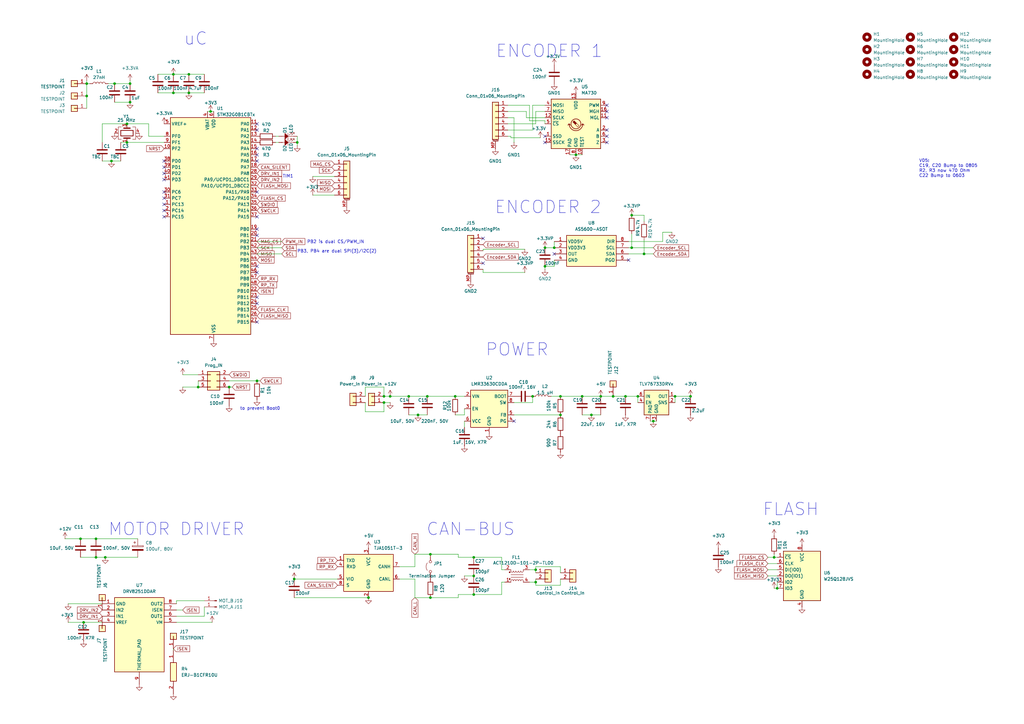
<source format=kicad_sch>
(kicad_sch (version 20231120) (generator "eeschema") (generator_version "8.0")
  (paper "A3")
  (junction (at 219.71 238.76))
  (junction (at 194.31 228.6))
  (junction (at 121.92 58.42))
  (junction (at 318.77 241.3))
  (junction (at 223.52 101.6))
  (junction (at 227.33 101.6))
  (junction (at 251.46 162.56))
  (junction (at 167.64 162.56))
  (junction (at 218.44 162.56))
  (junction (at 52.07 50.8))
  (junction (at 33.02 220.98))
  (junction (at 246.38 162.56))
  (junction (at 39.37 228.6))
  (junction (at 93.98 158.75))
  (junction (at 267.97 172.72))
  (junction (at 35.56 39.37))
  (junction (at 160.02 162.56))
  (junction (at 175.26 162.56))
  (junction (at 46.99 34.29))
  (junction (at 276.86 162.56))
  (junction (at 43.18 228.6))
  (junction (at 157.48 162.56))
  (junction (at 261.62 162.56))
  (junction (at 120.65 237.49))
  (junction (at 35.56 34.29))
  (junction (at 71.12 38.1))
  (junction (at 259.08 101.6))
  (junction (at 194.31 236.22))
  (junction (at 229.87 162.56))
  (junction (at 186.69 162.56))
  (junction (at 105.41 156.21))
  (junction (at 242.57 170.18))
  (junction (at 176.53 245.11))
  (junction (at 52.07 58.42))
  (junction (at 236.22 63.5))
  (junction (at 77.47 38.1))
  (junction (at 157.48 165.1))
  (junction (at 34.29 255.27))
  (junction (at 176.53 227.33))
  (junction (at 86.36 45.72))
  (junction (at 256.54 162.56))
  (junction (at 53.34 34.29))
  (junction (at 77.47 30.48))
  (junction (at 238.76 162.56))
  (junction (at 259.08 88.265))
  (junction (at 39.37 220.98))
  (junction (at 194.31 243.84))
  (junction (at 81.28 158.75))
  (junction (at 219.71 233.68))
  (junction (at 171.45 170.18))
  (junction (at 229.87 170.18))
  (junction (at 45.72 66.04))
  (junction (at 264.16 104.14))
  (junction (at 151.13 245.11))
  (junction (at 53.34 41.91))
  (junction (at 71.12 30.48))
  (junction (at 223.52 109.22))
  (junction (at 283.21 162.56))
  (junction (at 317.5 228.6))
  (no_connect (at 227.33 104.14))
  (no_connect (at 105.41 88.9))
  (no_connect (at 105.41 111.76))
  (no_connect (at 67.31 83.82))
  (no_connect (at 105.41 60.96))
  (no_connect (at 210.82 172.72))
  (no_connect (at 105.41 93.98))
  (no_connect (at 67.31 78.74))
  (no_connect (at 67.31 86.36))
  (no_connect (at 105.41 121.92))
  (no_connect (at 198.12 97.79))
  (no_connect (at 223.52 58.42))
  (no_connect (at 105.41 96.52))
  (no_connect (at 198.12 107.95))
  (no_connect (at 105.41 63.5))
  (no_connect (at 67.31 81.28))
  (no_connect (at 67.31 73.66))
  (no_connect (at 105.41 50.8))
  (no_connect (at 105.41 132.08))
  (no_connect (at 248.92 53.34))
  (no_connect (at 248.92 43.18))
  (no_connect (at 67.31 71.12))
  (no_connect (at 105.41 66.04))
  (no_connect (at 223.52 55.88))
  (no_connect (at 105.41 78.74))
  (no_connect (at 105.41 109.22))
  (no_connect (at 248.92 45.72))
  (no_connect (at 248.92 58.42))
  (no_connect (at 248.92 55.88))
  (no_connect (at 105.41 53.34))
  (no_connect (at 67.31 66.04))
  (no_connect (at 257.81 106.68))
  (no_connect (at 105.41 124.46))
  (no_connect (at 248.92 48.26))
  (no_connect (at 67.31 68.58))
  (no_connect (at 67.31 88.9))
  (wire (pts (xy 115.57 101.6) (xy 105.41 101.6)))
  (wire (pts (xy 276.86 162.56) (xy 276.86 165.1)))
  (wire (pts (xy 157.48 162.56) (xy 160.02 162.56)))
  (wire (pts (xy 210.82 165.1) (xy 218.44 165.1)))
  (wire (pts (xy 264.16 104.14) (xy 257.81 104.14)))
  (wire (pts (xy 175.26 162.56) (xy 186.69 162.56)))
  (wire (pts (xy 194.31 228.6) (xy 205.74 228.6)))
  (wire (pts (xy 318.77 241.3) (xy 318.77 238.76)))
  (wire (pts (xy 128.27 72.39) (xy 137.16 72.39)))
  (wire (pts (xy 223.52 49.53) (xy 217.17 49.53)))
  (wire (pts (xy 267.97 172.72) (xy 266.7 172.72)))
  (wire (pts (xy 209.55 55.88) (xy 208.28 55.88)))
  (wire (pts (xy 246.38 162.56) (xy 251.46 162.56)))
  (wire (pts (xy 229.87 237.49) (xy 229.87 240.03)))
  (wire (pts (xy 226.06 162.56) (xy 229.87 162.56)))
  (wire (pts (xy 163.83 232.41) (xy 170.18 232.41)))
  (wire (pts (xy 267.97 104.14) (xy 264.16 104.14)))
  (wire (pts (xy 317.5 228.6) (xy 318.77 228.6)))
  (wire (pts (xy 121.92 55.88) (xy 121.92 58.42)))
  (wire (pts (xy 261.62 162.56) (xy 261.62 165.1)))
  (wire (pts (xy 223.52 49.53) (xy 223.52 50.8)))
  (wire (pts (xy 219.71 237.49) (xy 219.71 238.76)))
  (wire (pts (xy 190.5 170.18) (xy 186.69 170.18)))
  (wire (pts (xy 187.96 227.33) (xy 187.96 228.6)))
  (wire (pts (xy 221.615 56.515) (xy 209.55 56.515)))
  (wire (pts (xy 242.57 170.18) (xy 238.76 170.18)))
  (wire (pts (xy 187.96 228.6) (xy 194.31 228.6)))
  (wire (pts (xy 149.86 165.1) (xy 149.86 168.91)))
  (wire (pts (xy 269.24 172.72) (xy 267.97 172.72)))
  (wire (pts (xy 194.31 243.84) (xy 205.74 243.84)))
  (wire (pts (xy 83.82 252.73) (xy 83.82 248.92)))
  (wire (pts (xy 314.96 228.6) (xy 317.5 228.6)))
  (wire (pts (xy 219.71 238.76) (xy 219.71 240.03)))
  (wire (pts (xy 52.07 50.8) (xy 60.96 50.8)))
  (wire (pts (xy 217.17 238.76) (xy 219.71 238.76)))
  (wire (pts (xy 72.39 246.38) (xy 72.39 247.65)))
  (wire (pts (xy 26.67 220.98) (xy 33.02 220.98)))
  (wire (pts (xy 160.02 162.56) (xy 167.64 162.56)))
  (wire (pts (xy 176.53 227.33) (xy 170.18 227.33)))
  (wire (pts (xy 264.16 90.805) (xy 264.16 88.265)))
  (wire (pts (xy 236.22 63.5) (xy 238.76 63.5)))
  (wire (pts (xy 229.87 162.56) (xy 238.76 162.56)))
  (wire (pts (xy 207.01 233.68) (xy 205.74 233.68)))
  (wire (pts (xy 176.53 245.11) (xy 170.18 245.11)))
  (wire (pts (xy 314.96 231.14) (xy 318.77 231.14)))
  (wire (pts (xy 314.96 233.68) (xy 318.77 233.68)))
  (wire (pts (xy 210.82 58.42) (xy 210.82 48.26)))
  (wire (pts (xy 267.97 101.6) (xy 259.08 101.6)))
  (wire (pts (xy 27.94 255.27) (xy 34.29 255.27)))
  (wire (pts (xy 77.47 38.1) (xy 83.82 38.1)))
  (wire (pts (xy 223.52 101.6) (xy 227.33 101.6)))
  (wire (pts (xy 77.47 30.48) (xy 83.82 30.48)))
  (wire (pts (xy 49.53 58.42) (xy 52.07 58.42)))
  (wire (pts (xy 49.53 66.04) (xy 45.72 66.04)))
  (wire (pts (xy 81.28 158.75) (xy 81.28 156.21)))
  (wire (pts (xy 45.72 66.04) (xy 41.91 66.04)))
  (wire (pts (xy 190.5 236.22) (xy 194.31 236.22)))
  (wire (pts (xy 227.33 99.06) (xy 227.33 101.6)))
  (wire (pts (xy 223.52 110.49) (xy 223.52 109.22)))
  (wire (pts (xy 167.64 162.56) (xy 175.26 162.56)))
  (wire (pts (xy 217.17 233.68) (xy 219.71 233.68)))
  (wire (pts (xy 71.12 38.1) (xy 77.47 38.1)))
  (wire (pts (xy 205.74 238.76) (xy 205.74 243.84)))
  (wire (pts (xy 271.78 99.06) (xy 257.81 99.06)))
  (wire (pts (xy 207.01 238.76) (xy 205.74 238.76)))
  (wire (pts (xy 52.07 58.42) (xy 67.31 58.42)))
  (wire (pts (xy 229.87 234.95) (xy 229.87 232.41)))
  (wire (pts (xy 264.16 98.425) (xy 264.16 104.14)))
  (wire (pts (xy 83.82 246.38) (xy 72.39 246.38)))
  (wire (pts (xy 35.56 34.29) (xy 35.56 33.02)))
  (wire (pts (xy 86.36 45.72) (xy 87.63 45.72)))
  (wire (pts (xy 74.93 153.67) (xy 81.28 153.67)))
  (wire (pts (xy 210.82 170.18) (xy 229.87 170.18)))
  (wire (pts (xy 261.62 162.56) (xy 256.54 162.56)))
  (wire (pts (xy 71.12 266.7) (xy 71.12 266.065)))
  (wire (pts (xy 95.25 158.75) (xy 93.98 158.75)))
  (wire (pts (xy 198.12 102.235) (xy 215.265 102.235)))
  (wire (pts (xy 105.41 156.21) (xy 93.98 156.21)))
  (wire (pts (xy 34.29 255.27) (xy 41.91 255.27)))
  (wire (pts (xy 157.48 165.1) (xy 160.02 165.1)))
  (wire (pts (xy 219.71 240.03) (xy 229.87 240.03)))
  (wire (pts (xy 171.45 170.18) (xy 167.64 170.18)))
  (wire (pts (xy 187.96 245.11) (xy 187.96 243.84)))
  (wire (pts (xy 157.48 158.75) (xy 157.48 162.56)))
  (wire (pts (xy 227.33 109.22) (xy 227.33 106.68)))
  (wire (pts (xy 317.5 241.3) (xy 318.77 241.3)))
  (wire (pts (xy 64.77 38.1) (xy 71.12 38.1)))
  (wire (pts (xy 128.27 80.01) (xy 137.16 80.01)))
  (wire (pts (xy 217.17 49.53) (xy 217.17 43.18)))
  (wire (pts (xy 56.515 228.6) (xy 43.18 228.6)))
  (wire (pts (xy 120.65 245.11) (xy 151.13 245.11)))
  (wire (pts (xy 41.91 58.42) (xy 41.91 50.8)))
  (wire (pts (xy 149.86 168.91) (xy 157.48 168.91)))
  (wire (pts (xy 215.9 48.26) (xy 215.9 45.72)))
  (wire (pts (xy 46.99 41.91) (xy 53.34 41.91)))
  (wire (pts (xy 163.83 237.49) (xy 170.18 237.49)))
  (wire (pts (xy 219.71 232.41) (xy 219.71 233.68)))
  (wire (pts (xy 120.65 237.49) (xy 138.43 237.49)))
  (wire (pts (xy 251.46 162.56) (xy 256.54 162.56)))
  (wire (pts (xy 217.17 43.18) (xy 208.28 43.18)))
  (wire (pts (xy 242.57 170.18) (xy 246.38 170.18)))
  (wire (pts (xy 218.44 165.1) (xy 218.44 162.56)))
  (wire (pts (xy 276.86 162.56) (xy 283.21 162.56)))
  (wire (pts (xy 35.56 34.29) (xy 35.56 39.37)))
  (wire (pts (xy 205.74 233.68) (xy 205.74 228.6)))
  (wire (pts (xy 198.12 102.235) (xy 198.12 102.87)))
  (wire (pts (xy 176.53 227.33) (xy 187.96 227.33)))
  (wire (pts (xy 115.57 99.06) (xy 105.41 99.06)))
  (wire (pts (xy 157.48 168.91) (xy 157.48 165.1)))
  (wire (pts (xy 35.56 34.29) (xy 36.83 34.29)))
  (wire (pts (xy 53.34 33.02) (xy 53.34 34.29)))
  (wire (pts (xy 219.71 232.41) (xy 229.87 232.41)))
  (wire (pts (xy 223.52 109.22) (xy 227.33 109.22)))
  (wire (pts (xy 44.45 34.29) (xy 46.99 34.29)))
  (wire (pts (xy 114.3 55.88) (xy 113.03 55.88)))
  (wire (pts (xy 210.82 48.26) (xy 208.28 48.26)))
  (wire (pts (xy 60.96 55.88) (xy 60.96 50.8)))
  (wire (pts (xy 187.96 243.84) (xy 194.31 243.84)))
  (wire (pts (xy 71.12 30.48) (xy 77.47 30.48)))
  (wire (pts (xy 198.12 111.76) (xy 198.12 110.49)))
  (wire (pts (xy 121.92 58.42) (xy 121.92 59.69)))
  (wire (pts (xy 41.91 50.8) (xy 52.07 50.8)))
  (wire (pts (xy 46.99 34.29) (xy 53.34 34.29)))
  (wire (pts (xy 259.08 101.6) (xy 257.81 101.6)))
  (wire (pts (xy 208.28 50.8) (xy 219.71 50.8)))
  (wire (pts (xy 67.31 55.88) (xy 60.96 55.88)))
  (wire (pts (xy 223.52 48.26) (xy 215.9 48.26)))
  (wire (pts (xy 56.515 220.98) (xy 39.37 220.98)))
  (wire (pts (xy 317.5 227.33) (xy 317.5 228.6)))
  (wire (pts (xy 219.71 233.68) (xy 219.71 234.95)))
  (wire (pts (xy 218.44 53.34) (xy 208.28 53.34)))
  (wire (pts (xy 115.57 104.14) (xy 105.41 104.14)))
  (wire (pts (xy 190.5 172.72) (xy 190.5 175.26)))
  (wire (pts (xy 72.39 250.19) (xy 74.93 250.19)))
  (wire (pts (xy 39.37 220.98) (xy 33.02 220.98)))
  (wire (pts (xy 170.18 237.49) (xy 170.18 245.11)))
  (wire (pts (xy 35.56 39.37) (xy 35.56 44.45)))
  (wire (pts (xy 43.18 228.6) (xy 39.37 228.6)))
  (wire (pts (xy 106.68 156.21) (xy 105.41 156.21)))
  (wire (pts (xy 215.9 45.72) (xy 208.28 45.72)))
  (wire (pts (xy 259.08 95.885) (xy 259.08 101.6)))
  (wire (pts (xy 264.16 88.265) (xy 259.08 88.265)))
  (wire (pts (xy 72.39 252.73) (xy 83.82 252.73)))
  (wire (pts (xy 27.94 247.65) (xy 41.91 247.65)))
  (wire (pts (xy 218.44 43.18) (xy 218.44 53.34)))
  (wire (pts (xy 271.78 95.25) (xy 275.59 95.25)))
  (wire (pts (xy 219.71 45.72) (xy 219.71 50.8)))
  (wire (pts (xy 233.68 63.5) (xy 236.22 63.5)))
  (wire (pts (xy 238.76 162.56) (xy 246.38 162.56)))
  (wire (pts (xy 170.18 232.41) (xy 170.18 227.33)))
  (wire (pts (xy 171.45 170.18) (xy 175.26 170.18)))
  (wire (pts (xy 190.5 167.64) (xy 190.5 170.18)))
  (wire (pts (xy 186.69 162.56) (xy 190.5 162.56)))
  (wire (pts (xy 86.995 255.27) (xy 72.39 255.27)))
  (wire (pts (xy 114.3 58.42) (xy 113.03 58.42)))
  (wire (pts (xy 86.36 45.72) (xy 85.09 45.72)))
  (wire (pts (xy 223.52 43.18) (xy 218.44 43.18)))
  (wire (pts (xy 176.53 245.11) (xy 187.96 245.11)))
  (wire (pts (xy 64.77 30.48) (xy 71.12 30.48)))
  (wire (pts (xy 271.78 95.25) (xy 271.78 99.06)))
  (wire (pts (xy 149.86 162.56) (xy 149.86 158.75)))
  (wire (pts (xy 223.52 45.72) (xy 219.71 45.72)))
  (wire (pts (xy 39.37 228.6) (xy 33.02 228.6)))
  (wire (pts (xy 209.55 56.515) (xy 209.55 55.88)))
  (wire (pts (xy 149.86 158.75) (xy 157.48 158.75)))
  (wire (pts (xy 314.96 236.22) (xy 318.77 236.22)))
  (wire (pts (xy 198.12 111.76) (xy 215.265 111.76)))
  (wire (pts (xy 74.93 158.75) (xy 81.28 158.75)))
  (text "ENCODER 2" (at 224.79 85.09 0) (effects (font (size 5.08 5.08))))
  (text "PB2 is dual CS/PWM_IN" (at 137.668 99.314 0) (effects (font (size 1.27 1.27))))
  (text "CAN-BUS" (at 193.04 217.17 0) (effects (font (size 5.08 5.08))))
  (text "to prevent Boot0" (at 106.68 167.64 0) (effects (font (size 1.27 1.27))))
  (text "PB3, PB4 are dual SPI(3)/I2C(2)" (at 138.176 103.124 0) (effects (font (size 1.27 1.27))))
  (text "TIM1" (at 118.11 72.39 0) (effects (font (size 1.27 1.27))))
  (text "V05: \nC19, C20 Bump to 0805\nR2, R3 now 470 Ohm\nC22 Bump to 0603" (at 376.936 69.088 0) (effects (font (size 1.27 1.27)) (justify left)))
  (text "uC" (at 80.264 16.002 0) (effects (font (size 5.08 5.08))))
  (text "POWER" (at 212.09 143.51 0) (effects (font (size 5.08 5.08))))
  (text "FLASH" (at 324.358 209.042 0) (effects (font (size 5.08 5.08))))
  (text "ENCODER 1\n" (at 225.298 21.082 0) (effects (font (size 5.08 5.08))))
  (text "MOTOR DRIVER\n" (at 72.39 217.17 0) (effects (font (size 5.08 5.08))))
  (global_label "MAG_CS" (shape input) (at 105.41 99.06 0) (property "Intersheetrefs" "${INTERSHEET_REFS}" (effects (hide yes))))
  (global_label "DRV_IN1" (shape input) (at 41.91 252.73 180) (property "Intersheetrefs" "${INTERSHEET_REFS}" (effects (hide yes))))
  (global_label "SDA" (shape input) (at 115.57 101.6 0) (property "Intersheetrefs" "${INTERSHEET_REFS}" (effects (hide yes))))
  (global_label "FLASH_CS" (shape input) (at 314.96 228.6 180) (property "Intersheetrefs" "${INTERSHEET_REFS}" (effects (hide yes))))
  (global_label "Encoder_SDA" (shape input) (at 198.12 105.41 0) (property "Intersheetrefs" "${INTERSHEET_REFS}" (effects (hide yes))))
  (global_label "FLASH_MISO" (shape input) (at 314.96 236.22 180) (property "Intersheetrefs" "${INTERSHEET_REFS}" (effects (hide yes))))
  (global_label "CAN_SILENT" (shape input) (at 138.43 240.03 180) (property "Intersheetrefs" "${INTERSHEET_REFS}" (effects (hide yes))))
  (global_label "MAG_CS" (shape input) (at 137.16 67.31 180) (property "Intersheetrefs" "${INTERSHEET_REFS}" (effects (hide yes))))
  (global_label "FLASH_CLK" (shape input) (at 105.41 127 0) (property "Intersheetrefs" "${INTERSHEET_REFS}" (effects (hide yes))))
  (global_label "SWDIO" (shape input) (at 105.41 83.82 0) (property "Intersheetrefs" "${INTERSHEET_REFS}" (effects (hide yes))))
  (global_label "Encoder_SCL" (shape input) (at 198.12 100.33 0) (property "Intersheetrefs" "${INTERSHEET_REFS}" (effects (hide yes))))
  (global_label "SCL" (shape input) (at 115.57 104.14 0) (property "Intersheetrefs" "${INTERSHEET_REFS}" (effects (hide yes))))
  (global_label "DRV_IN2" (shape input) (at 41.91 250.19 180) (property "Intersheetrefs" "${INTERSHEET_REFS}" (effects (hide yes))))
  (global_label "FLASH_CS" (shape input) (at 105.41 81.28 0) (property "Intersheetrefs" "${INTERSHEET_REFS}" (effects (hide yes))))
  (global_label "FLASH_CLK" (shape input) (at 314.96 231.14 180) (property "Intersheetrefs" "${INTERSHEET_REFS}" (effects (hide yes))))
  (global_label "ISEN" (shape input) (at 74.93 250.19 0) (property "Intersheetrefs" "${INTERSHEET_REFS}" (effects (hide yes))))
  (global_label "RP_RX" (shape input) (at 138.43 232.41 180) (property "Intersheetrefs" "${INTERSHEET_REFS}" (effects (hide yes))))
  (global_label "DRV_IN1" (shape input) (at 105.41 71.12 0) (property "Intersheetrefs" "${INTERSHEET_REFS}" (effects (hide yes))))
  (global_label "PWM_IN" (shape input) (at 115.57 99.06 0) (property "Intersheetrefs" "${INTERSHEET_REFS}" (effects (hide yes))))
  (global_label "SWCLK" (shape input) (at 105.41 86.36 0) (property "Intersheetrefs" "${INTERSHEET_REFS}" (effects (hide yes))))
  (global_label "DRV_IN2" (shape input) (at 105.41 73.66 0) (property "Intersheetrefs" "${INTERSHEET_REFS}" (effects (hide yes))))
  (global_label "FLASH_MISO" (shape input) (at 105.41 129.54 0) (property "Intersheetrefs" "${INTERSHEET_REFS}" (effects (hide yes))))
  (global_label "MISO" (shape input) (at 137.16 74.93 180) (property "Intersheetrefs" "${INTERSHEET_REFS}" (effects (hide yes))))
  (global_label "FLASH_MOSI" (shape input) (at 105.41 76.2 0) (property "Intersheetrefs" "${INTERSHEET_REFS}" (effects (hide yes))))
  (global_label "Encoder_SDA" (shape input) (at 267.97 104.14 0) (property "Intersheetrefs" "${INTERSHEET_REFS}" (effects (hide yes))))
  (global_label "ISEN" (shape input) (at 71.12 266.065 0) (property "Intersheetrefs" "${INTERSHEET_REFS}" (effects (hide yes))))
  (global_label "RP_RX" (shape input) (at 105.41 114.3 0) (property "Intersheetrefs" "${INTERSHEET_REFS}" (effects (hide yes))))
  (global_label "MOSI" (shape input) (at 137.16 77.47 180) (property "Intersheetrefs" "${INTERSHEET_REFS}" (effects (hide yes))))
  (global_label "CAN_H" (shape input) (at 170.18 227.33 90) (property "Intersheetrefs" "${INTERSHEET_REFS}" (effects (hide yes))))
  (global_label "Encoder_SCL" (shape input) (at 267.97 101.6 0) (property "Intersheetrefs" "${INTERSHEET_REFS}" (effects (hide yes))))
  (global_label "FLASH_MOSI" (shape input) (at 314.96 233.68 180) (property "Intersheetrefs" "${INTERSHEET_REFS}" (effects (hide yes))))
  (global_label "MISO" (shape input) (at 105.41 104.14 0) (property "Intersheetrefs" "${INTERSHEET_REFS}" (effects (hide yes))))
  (global_label "RP_TX" (shape input) (at 105.41 116.84 0) (property "Intersheetrefs" "${INTERSHEET_REFS}" (effects (hide yes))))
  (global_label "SWCLK" (shape input) (at 106.68 156.21 0) (property "Intersheetrefs" "${INTERSHEET_REFS}" (effects (hide yes))))
  (global_label "CAN_SILENT" (shape input) (at 105.41 68.58 0) (property "Intersheetrefs" "${INTERSHEET_REFS}" (effects (hide yes))))
  (global_label "SCK" (shape input) (at 105.41 101.6 0) (property "Intersheetrefs" "${INTERSHEET_REFS}" (effects (hide yes))))
  (global_label "ISEN" (shape input) (at 105.41 119.38 0) (property "Intersheetrefs" "${INTERSHEET_REFS}" (effects (hide yes))))
  (global_label "CAN_L" (shape input) (at 170.18 245.11 270) (property "Intersheetrefs" "${INTERSHEET_REFS}" (effects (hide yes))))
  (global_label "MOSI" (shape input) (at 105.41 106.68 0) (property "Intersheetrefs" "${INTERSHEET_REFS}" (effects (hide yes))))
  (global_label "SWDIO" (shape input) (at 93.98 153.67 0) (property "Intersheetrefs" "${INTERSHEET_REFS}" (effects (hide yes))))
  (global_label "NRST" (shape input) (at 95.25 158.75 0) (property "Intersheetrefs" "${INTERSHEET_REFS}" (effects (hide yes))))
  (global_label "SCK" (shape input) (at 137.16 69.85 180) (property "Intersheetrefs" "${INTERSHEET_REFS}" (effects (hide yes))))
  (global_label "RP_TX" (shape input) (at 138.43 229.87 180) (property "Intersheetrefs" "${INTERSHEET_REFS}" (effects (hide yes))))
  (global_label "NRST" (shape input) (at 67.31 60.96 180) (property "Intersheetrefs" "${INTERSHEET_REFS}" (effects (hide yes))))
  (symbol (lib_id "power:+3V3") (at 128.27 80.01 0) (unit 1)
    (property "Reference" "#PWR018" (effects (hide yes)))
    (property "Value" "+3V3" (at 128.016 76.708 0))
    (property "Description" "Power symbol creates a global label with name \"+3V3\"" (effects (hide yes)))
  )
  (symbol (lib_id "Device:C") (at 214.63 162.56 90) (unit 1)
    (property "Reference" "C18" (at 216.662 156.718 90) (effects (justify left)))
    (property "Value" "100nF, 16V" (at 219.71 158.75 90) (effects (justify left)))
    (property "Footprint" "Capacitor_SMD:C_0402_1005Metric" (effects (hide yes)))
    (property "Description" "Unpolarized capacitor" (effects (hide yes)))
  )
  (symbol (lib_id "power:+3V3") (at 71.12 30.48 0) (unit 1)
    (property "Reference" "#PWR08" (effects (hide yes)))
    (property "Value" "+3V3" (at 71.12 25.4 0))
    (property "Description" "Power symbol creates a global label with name \"+3V3\"" (effects (hide yes)))
  )
  (symbol (lib_id "power:GND") (at 43.18 228.6 0) (unit 1)
    (property "Reference" "#PWR024" (effects (hide yes)))
    (property "Value" "GND" (effects (hide yes)))
    (property "Description" "Power symbol creates a global label with name \"GND\" , ground" (effects (hide yes)))
  )
  (symbol (lib_id "power:+3V3") (at 317.5 219.71 0) (unit 1)
    (property "Reference" "#PWR059" (effects (hide yes)))
    (property "Value" "+3V3" (at 317.5 214.63 0))
    (property "Description" "Power symbol creates a global label with name \"+3V3\"" (effects (hide yes)))
  )
  (symbol (lib_id "Device:C") (at 223.52 105.41 0) (unit 1)
    (property "Reference" "C23" (at 219.71 103.124 0) (effects (justify left)))
    (property "Value" "100nF" (at 223.52 107.95 0) (effects (justify left)))
    (property "Footprint" "Capacitor_SMD:C_0402_1005Metric" (effects (hide yes)))
    (property "Description" "Unpolarized capacitor" (effects (hide yes)))
  )
  (symbol (lib_id "power:GND") (at 142.24 85.09 0) (unit 1)
    (property "Reference" "#PWR019" (effects (hide yes)))
    (property "Value" "GND" (effects (hide yes)))
    (property "Description" "Power symbol creates a global label with name \"GND\" , ground" (effects (hide yes)))
  )
  (symbol (lib_id "power:GND") (at 256.54 170.18 0) (unit 1)
    (property "Reference" "#PWR039" (effects (hide yes)))
    (property "Value" "GND" (effects (hide yes)))
    (property "Description" "Power symbol creates a global label with name \"GND\" , ground" (effects (hide yes)))
  )
  (symbol (lib_id "Device:C") (at 34.29 259.08 180) (unit 1)
    (property "Reference" "C12" (at 35.814 257.048 0) (effects (justify left)))
    (property "Value" "100nF, X7R" (at 38.862 261.62 0) (effects (justify left)))
    (property "Footprint" "Capacitor_SMD:C_0402_1005Metric" (effects (hide yes)))
    (property "Description" "Unpolarized capacitor" (effects (hide yes)))
  )
  (symbol (lib_id "_Custom:AS5600-ASOT") (at 227.33 99.06 0) (unit 1)
    (property "Reference" "U8" (at 242.57 91.44 0))
    (property "Value" "AS5600-ASOT" (at 242.57 93.98 0))
    (property "Footprint" "KiCadLibrary:SOIC127P600X175-8N" (effects (hide yes)))
    (property "Datasheet" "https://datasheet.datasheetarchive.com/originals/distributors/DKDS-11/214624.pdf" (effects (hide yes)))
    (property "Description" "Board Mount Hall Effect / Magnetic Sensors AS5600 Magnetic Sensor 12-Bit" (effects (hide yes)))
    (property "Height" "1.75" (effects (hide yes)))
    (property "Mouser Part Number" "985-AS5600-ASOT" (effects (hide yes)))
    (property "Mouser Price/Stock" "https://www.mouser.co.uk/ProductDetail/ams-OSRAM/AS5600-ASOT?qs=KTMMzrZdriGJpjhsnAEYBA%3D%3D" (effects (hide yes)))
    (property "Manufacturer_Name" "ams OSRAM" (effects (hide yes)))
    (property "Manufacturer_Part_Number" "AS5600-ASOT" (effects (hide yes)))
  )
  (symbol (lib_id "Connector_Generic:Conn_01x01") (at 71.12 260.985 270) (mirror x) (unit 1)
    (property "Reference" "J17" (at 73.66 259.08 90) (effects (justify left)))
    (property "Value" "TESTPOINT" (at 73.66 261.62 90) (effects (justify left)))
    (property "Footprint" "TestPoint:TestPoint_Pad_1.5x1.5mm" (effects (hide yes)))
    (property "Description" "Generic connector, single row, 01x01, script generated (kicad-library-utils/schlib/autogen/connector/)" (effects (hide yes)))
  )
  (symbol (lib_id "Device:C") (at 77.47 34.29 0) (unit 1)
    (property "Reference" "C7" (at 73.66 32.004 0) (effects (justify left)))
    (property "Value" "4.7uF" (at 77.47 36.195 0) (effects (justify left)))
    (property "Footprint" "Capacitor_SMD:C_0402_1005Metric" (effects (hide yes)))
    (property "Description" "Unpolarized capacitor" (effects (hide yes)))
  )
  (symbol (lib_id "power:GND") (at 128.27 72.39 0) (unit 1)
    (property "Reference" "#PWR017" (effects (hide yes)))
    (property "Value" "GND" (effects (hide yes)))
    (property "Description" "Power symbol creates a global label with name \"GND\" , ground" (effects (hide yes)))
  )
  (symbol (lib_id "Connector_Generic_MountingPin:Conn_01x06_MountingPin") (at 142.24 72.39 0) (unit 1)
    (property "Reference" "J5" (at 142.24 60.96 0))
    (property "Value" "Conn_01x06_MountingPin" (at 142.24 63.5 0))
    (property "Footprint" "Connector_FFC-FPC:Hirose_FH12-6S-0.5SH_1x06-1MP_P0.50mm_Horizontal" (effects (hide yes)))
    (property "Description" "Generic connectable mounting pin connector, single row, 01x06, script generated (kicad-library-utils/schlib/autogen/connector/)" (effects (hide yes)))
  )
  (symbol (lib_id "Mechanical:MountingHole") (at 355.6 15.24 0) (unit 1) (exclude_from_sim yes) (in_bom no)
    (property "Reference" "H1" (at 358.14 13.9699 0) (effects (justify left)))
    (property "Value" "MountingHole" (at 358.14 16.5099 0) (effects (justify left)))
    (property "Footprint" "MountingHole:MountingHole_2.2mm_M2" (effects (hide yes)))
    (property "Description" "Mounting Hole without connection" (effects (hide yes)))
  )
  (symbol (lib_id "Connector_Generic:Conn_02x03_Odd_Even") (at 86.36 156.21 0) (unit 1)
    (property "Reference" "J4" (at 87.63 147.32 0))
    (property "Value" "Prog_IN" (at 87.63 149.86 0))
    (property "Footprint" "Connector_PinHeader_1.27mm:PinHeader_2x03_P1.27mm_Vertical" (effects (hide yes)))
    (property "Description" "Generic connector, double row, 02x03, odd/even pin numbering scheme (row 1 odd numbers, row 2 even numbers), script generated (kicad-library-utils/schlib/autogen/connector/)" (effects (hide yes)))
  )
  (symbol (lib_id "power:GND") (at 34.29 262.89 0) (unit 1)
    (property "Reference" "#PWR023" (effects (hide yes)))
    (property "Value" "GND" (effects (hide yes)))
    (property "Description" "Power symbol creates a global label with name \"GND\" , ground" (effects (hide yes)))
  )
  (symbol (lib_id "power:+3.3V") (at 227.33 26.67 0) (unit 1)
    (property "Reference" "#PWR051" (effects (hide yes)))
    (property "Value" "+3.3V" (at 226.822 23.114 0))
    (property "Description" "Power symbol creates a global label with name \"+3.3V\"" (effects (hide yes)))
  )
  (symbol (lib_id "Device:R") (at 229.87 166.37 0) (mirror x) (unit 1)
    (property "Reference" "R5" (at 227.584 166.37 90))
    (property "Value" "100k" (at 225.044 166.37 90))
    (property "Footprint" "Resistor_SMD:R_0402_1005Metric" (effects (hide yes)))
    (property "Description" "Resistor" (effects (hide yes)))
  )
  (symbol (lib_id "power:GND2") (at 193.04 115.57 0) (unit 1)
    (property "Reference" "#PWR043" (effects (hide yes)))
    (property "Value" "GND2" (at 193.04 119.38 0))
    (property "Description" "Power symbol creates a global label with name \"GND2\" , ground" (effects (hide yes)))
  )
  (symbol (lib_id "power:+3V3") (at 74.93 153.67 0) (unit 1)
    (property "Reference" "#PWR09" (effects (hide yes)))
    (property "Value" "+3V3" (at 74.93 148.59 0))
    (property "Description" "Power symbol creates a global label with name \"+3V3\"" (effects (hide yes)))
  )
  (symbol (lib_id "power:+3V3") (at 283.21 162.56 0) (unit 1)
    (property "Reference" "#PWR041" (effects (hide yes)))
    (property "Value" "+3V3" (at 283.21 157.48 0))
    (property "Description" "Power symbol creates a global label with name \"+3V3\"" (effects (hide yes)))
  )
  (symbol (lib_id "Device:R") (at 176.53 241.3 0) (mirror y) (unit 1)
    (property "Reference" "R8" (at 178.816 241.3 90))
    (property "Value" "120" (at 181.356 241.3 90))
    (property "Footprint" "Capacitor_SMD:C_0402_1005Metric" (effects (hide yes)))
    (property "Description" "Resistor" (effects (hide yes)))
  )
  (symbol (lib_id "power:+3V3") (at 86.36 45.72 0) (unit 1)
    (property "Reference" "#PWR012" (effects (hide yes)))
    (property "Value" "+3V3" (at 86.36 42.164 0))
    (property "Description" "Power symbol creates a global label with name \"+3V3\"" (effects (hide yes)))
  )
  (symbol (lib_id "Mechanical:MountingHole") (at 355.6 30.48 0) (unit 1) (exclude_from_sim yes) (in_bom no)
    (property "Reference" "H4" (at 358.14 29.2099 0) (effects (justify left)))
    (property "Value" "MountingHole" (at 358.14 31.7499 0) (effects (justify left)))
    (property "Footprint" "MountingHole:MountingHole_2.2mm_M2" (effects (hide yes)))
    (property "Description" "Mounting Hole without connection" (effects (hide yes)))
  )
  (symbol (lib_id "Device:C_Polarized") (at 56.515 224.79 0) (unit 1)
    (property "Reference" "C8" (at 59.69 222.6309 0) (effects (justify left)))
    (property "Value" "100uF, 80V" (at 59.69 225.1709 0) (effects (justify left)))
    (property "Footprint" "Capacitor_THT:CP_Radial_D8.0mm_P3.50mm" (effects (hide yes)))
    (property "Description" "Polarized capacitor" (effects (hide yes)))
  )
  (symbol (lib_id "Connector:Conn_01x01_Pin") (at 88.9 248.92 180) (unit 1)
    (property "Reference" "J11" (at 97.79 248.92 0))
    (property "Value" "MOT_A" (at 92.71 248.92 0))
    (property "Footprint" "Connector_Wire:SolderWire-1sqmm_1x01_D1.4mm_OD2.7mm" (effects (hide yes)))
    (property "Description" "Generic connector, single row, 01x01, script generated" (effects (hide yes)))
  )
  (symbol (lib_id "Connector_Generic:Conn_01x02") (at 234.95 234.95 0) (unit 1)
    (property "Reference" "J14" (at 234.95 241.3 0))
    (property "Value" "Control_In" (at 234.95 243.205 0))
    (property "Footprint" "Connector_JST:JST_XH_B2B-XH-A_1x02_P2.50mm_Vertical" (effects (hide yes)))
    (property "Description" "Generic connector, single row, 01x02, script generated (kicad-library-utils/schlib/autogen/connector/)" (effects (hide yes)))
  )
  (symbol (lib_id "Device:C") (at 41.91 62.23 0) (mirror y) (unit 1)
    (property "Reference" "C1" (at 45.212 59.944 0) (effects (justify left)))
    (property "Value" "TBC" (at 41.402 64.262 0) (effects (justify left)))
    (property "Footprint" "Capacitor_SMD:C_0402_1005Metric" (effects (hide yes)))
    (property "Description" "Unpolarized capacitor" (effects (hide yes)))
  )
  (symbol (lib_id "power:GND") (at 190.5 182.88 0) (unit 1)
    (property "Reference" "#PWR031" (effects (hide yes)))
    (property "Value" "GND" (effects (hide yes)))
    (property "Description" "Power symbol creates a global label with name \"GND\" , ground" (effects (hide yes)))
  )
  (symbol (lib_id "power:GND") (at 46.99 54.61 0) (mirror y) (unit 1)
    (property "Reference" "#PWR03" (effects (hide yes)))
    (property "Value" "GND" (effects (hide yes)))
    (property "Description" "Power symbol creates a global label with name \"GND\" , ground" (effects (hide yes)))
  )
  (symbol (lib_id "Connector_Generic_MountingPin:Conn_01x06_MountingPin") (at 193.04 102.87 0) (mirror y) (unit 1)
    (property "Reference" "J15" (at 193.04 91.44 0))
    (property "Value" "Conn_01x06_MountingPin" (at 193.04 93.98 0))
    (property "Footprint" "Connector_FFC-FPC:Hirose_FH12-6S-0.5SH_1x06-1MP_P0.50mm_Horizontal" (effects (hide yes)))
    (property "Description" "Generic connectable mounting pin connector, single row, 01x06, script generated (kicad-library-utils/schlib/autogen/connector/)" (effects (hide yes)))
  )
  (symbol (lib_id "Device:C") (at 46.99 38.1 0) (unit 1)
    (property "Reference" "C2" (at 43.688 35.814 0) (effects (justify left)))
    (property "Value" "100nF" (at 40.64 40.005 0) (effects (justify left)))
    (property "Footprint" "Capacitor_SMD:C_0402_1005Metric" (effects (hide yes)))
    (property "Description" "Unpolarized capacitor" (effects (hide yes)))
  )
  (symbol (lib_id "power:GND") (at 77.47 38.1 0) (unit 1)
    (property "Reference" "#PWR011" (effects (hide yes)))
    (property "Value" "GND" (effects (hide yes)))
    (property "Description" "Power symbol creates a global label with name \"GND\" , ground" (effects (hide yes)))
  )
  (symbol (lib_id "power:GND") (at 160.02 165.1 0) (unit 1)
    (property "Reference" "#PWR027" (effects (hide yes)))
    (property "Value" "GND" (effects (hide yes)))
    (property "Description" "Power symbol creates a global label with name \"GND\" , ground" (effects (hide yes)))
  )
  (symbol (lib_id "Mechanical:MountingHole") (at 391.16 20.32 0) (unit 1) (exclude_from_sim yes) (in_bom no)
    (property "Reference" "H11" (at 393.7 19.0499 0) (effects (justify left)))
    (property "Value" "MountingHole" (at 393.7 21.5899 0) (effects (justify left)))
    (property "Footprint" "MountingHole:MountingHole_2.2mm_M2" (effects (hide yes)))
    (property "Description" "Mounting Hole without connection" (effects (hide yes)))
  )
  (symbol (lib_id "Device:C") (at 49.53 62.23 0) (mirror y) (unit 1)
    (property "Reference" "C3" (at 52.832 59.944 0) (effects (justify left)))
    (property "Value" "TBC" (at 49.022 64.262 0) (effects (justify left)))
    (property "Footprint" "Capacitor_SMD:C_0402_1005Metric" (effects (hide yes)))
    (property "Description" "Unpolarized capacitor" (effects (hide yes)))
  )
  (symbol (lib_id "power:GND") (at 105.41 163.83 0) (unit 1)
    (property "Reference" "#PWR015" (effects (hide yes)))
    (property "Value" "GND" (effects (hide yes)))
    (property "Description" "Power symbol creates a global label with name \"GND\" , ground" (effects (hide yes)))
  )
  (symbol (lib_id "power:GND") (at 267.97 172.72 0) (unit 1)
    (property "Reference" "#PWR040" (effects (hide yes)))
    (property "Value" "GND" (effects (hide yes)))
    (property "Description" "Power symbol creates a global label with name \"GND\" , ground" (effects (hide yes)))
  )
  (symbol (lib_id "power:+3.3VP") (at 259.08 88.265 0) (unit 1)
    (property "Reference" "#PWR055" (effects (hide yes)))
    (property "Value" "+3.3VP" (at 259.08 84.455 0))
    (property "Description" "Power symbol creates a global label with name \"+3.3VP\"" (effects (hide yes)))
  )
  (symbol (lib_id "Connector_Generic:Conn_01x02") (at 144.78 165.1 180) (unit 1)
    (property "Reference" "J8" (at 144.78 154.94 0))
    (property "Value" "Power_In" (at 143.51 157.48 0))
    (property "Footprint" "Connector_AMASS:AMASS_XT30UPB-M_1x02_P5.0mm_Vertical" (effects (hide yes)))
    (property "Description" "Generic connector, single row, 01x02, script generated (kicad-library-utils/schlib/autogen/connector/)" (effects (hide yes)))
  )
  (symbol (lib_id "Connector_Generic:Conn_01x01") (at 30.48 44.45 0) (mirror y) (unit 1)
    (property "Reference" "J3" (at 26.67 43.1799 0) (effects (justify left)))
    (property "Value" "TESTPOINT" (at 26.67 45.7199 0) (effects (justify left)))
    (property "Footprint" "TestPoint:TestPoint_Pad_1.5x1.5mm" (effects (hide yes)))
    (property "Description" "Generic connector, single row, 01x01, script generated (kicad-library-utils/schlib/autogen/connector/)" (effects (hide yes)))
  )
  (symbol (lib_id "power:+3V3") (at 328.93 223.52 0) (unit 1)
    (property "Reference" "#PWR057" (effects (hide yes)))
    (property "Value" "+3V3" (at 328.93 218.44 0))
    (property "Description" "Power symbol creates a global label with name \"+3V3\"" (effects (hide yes)))
  )
  (symbol (lib_id "Mechanical:MountingHole") (at 391.16 25.4 0) (unit 1) (exclude_from_sim yes) (in_bom no)
    (property "Reference" "H10" (at 393.7 24.1299 0) (effects (justify left)))
    (property "Value" "MountingHole" (at 393.7 26.6699 0) (effects (justify left)))
    (property "Footprint" "MountingHole:MountingHole_2.2mm_M2" (effects (hide yes)))
    (property "Description" "Mounting Hole without connection" (effects (hide yes)))
  )
  (symbol (lib_id "power:+12V") (at 160.02 162.56 0) (unit 1)
    (property "Reference" "#PWR026" (effects (hide yes)))
    (property "Value" "+12V" (at 160.02 157.48 0))
    (property "Description" "Power symbol creates a global label with name \"+12V\"" (effects (hide yes)))
  )
  (symbol (lib_id "Device:C") (at 167.64 166.37 0) (unit 1)
    (property "Reference" "C14" (at 163.83 164.084 0) (effects (justify left)))
    (property "Value" "10uF, 50V" (at 160.02 172.72 0) (effects (justify left)))
    (property "Footprint" "Capacitor_SMD:C_0805_2012Metric" (effects (hide yes)))
    (property "Description" "Unpolarized capacitor" (effects (hide yes)))
  )
  (symbol (lib_id "Mechanical:MountingHole") (at 373.38 25.4 0) (unit 1) (exclude_from_sim yes) (in_bom no)
    (property "Reference" "H7" (at 375.92 24.1299 0) (effects (justify left)))
    (property "Value" "MountingHole" (at 375.92 26.6699 0) (effects (justify left)))
    (property "Footprint" "MountingHole:MountingHole_2.2mm_M2" (effects (hide yes)))
    (property "Description" "Mounting Hole without connection" (effects (hide yes)))
  )
  (symbol (lib_id "power:+3V3") (at 294.64 224.79 0) (unit 1)
    (property "Reference" "#PWR061" (effects (hide yes)))
    (property "Value" "+3V3" (at 294.64 219.71 0))
    (property "Description" "Power symbol creates a global label with name \"+3V3\"" (effects (hide yes)))
  )
  (symbol (lib_id "Connector_Generic:Conn_01x01") (at 30.48 34.29 0) (mirror y) (unit 1)
    (property "Reference" "J1" (at 26.67 33.0199 0) (effects (justify left)))
    (property "Value" "TESTPOINT" (at 26.67 35.5599 0) (effects (justify left)))
    (property "Footprint" "TestPoint:TestPoint_Pad_1.5x1.5mm" (effects (hide yes)))
    (property "Description" "Generic connector, single row, 01x01, script generated (kicad-library-utils/schlib/autogen/connector/)" (effects (hide yes)))
  )
  (symbol (lib_id "Device:R") (at 109.22 55.88 90) (mirror x) (unit 1)
    (property "Reference" "R2" (at 109.22 53.594 90))
    (property "Value" "470" (at 109.22 51.054 90))
    (property "Footprint" "Resistor_SMD:R_0402_1005Metric" (effects (hide yes)))
    (property "Description" "Resistor" (effects (hide yes)))
  )
  (symbol (lib_id "Regulator_Linear:TLV76733DRVx") (at 269.24 165.1 0) (unit 1)
    (property "Reference" "U4" (at 269.24 154.94 0))
    (property "Value" "TLV76733DRVx" (at 269.24 157.48 0))
    (property "Footprint" "Package_SON:WSON-6-1EP_2x2mm_P0.65mm_EP1x1.6mm_ThermalVias" (effects (hide yes)))
    (property "Datasheet" "www.ti.com/lit/gpn/TLV767" (effects (hide yes)))
    (property "Description" "1A Precision Linear Voltage Regulator, with enable pin, Fixed Output 3.3V, WSON6" (effects (hide yes)))
  )
  (symbol (lib_id "power:+3V3") (at 35.56 33.02 0) (unit 1)
    (property "Reference" "#PWR01" (effects (hide yes)))
    (property "Value" "+3V3" (at 35.56 27.94 0))
    (property "Description" "Power symbol creates a global label with name \"+3V3\"" (effects (hide yes)))
  )
  (symbol (lib_id "Connector_Generic:Conn_01x02") (at 224.79 234.95 0) (unit 1)
    (property "Reference" "J13" (at 224.79 241.3 0))
    (property "Value" "Control_In" (at 224.79 243.205 0))
    (property "Footprint" "Connector_JST:JST_XH_B2B-XH-A_1x02_P2.50mm_Vertical" (effects (hide yes)))
    (property "Description" "Generic connector, single row, 01x02, script generated (kicad-library-utils/schlib/autogen/connector/)" (effects (hide yes)))
  )
  (symbol (lib_id "Connector_Generic:Conn_01x01") (at 251.46 157.48 270) (mirror x) (unit 1)
    (property "Reference" "J12" (at 252.7301 153.67 0) (effects (justify left)))
    (property "Value" "TESTPOINT" (at 250.1901 153.67 0) (effects (justify left)))
    (property "Footprint" "TestPoint:TestPoint_Pad_1.5x1.5mm" (effects (hide yes)))
    (property "Description" "Generic connector, single row, 01x01, script generated (kicad-library-utils/schlib/autogen/connector/)" (effects (hide yes)))
  )
  (symbol (lib_id "Mechanical:MountingHole") (at 391.16 15.24 0) (unit 1) (exclude_from_sim yes) (in_bom no)
    (property "Reference" "H12" (at 393.7 13.9699 0) (effects (justify left)))
    (property "Value" "MountingHole" (at 393.7 16.5099 0) (effects (justify left)))
    (property "Footprint" "MountingHole:MountingHole_2.2mm_M2" (effects (hide yes)))
    (property "Description" "Mounting Hole without connection" (effects (hide yes)))
  )
  (symbol (lib_id "Device:C") (at 53.34 38.1 0) (unit 1)
    (property "Reference" "C4" (at 50.038 35.814 0) (effects (justify left)))
    (property "Value" "1uF" (at 53.848 40.132 0) (effects (justify left)))
    (property "Footprint" "Capacitor_SMD:C_0402_1005Metric" (effects (hide yes)))
    (property "Description" "Unpolarized capacitor" (effects (hide yes)))
  )
  (symbol (lib_id "power:GND") (at 328.93 248.92 0) (unit 1)
    (property "Reference" "#PWR058" (effects (hide yes)))
    (property "Value" "GND" (effects (hide yes)))
    (property "Description" "Power symbol creates a global label with name \"GND\" , ground" (effects (hide yes)))
  )
  (symbol (lib_id "Connector_Generic:Conn_01x01") (at 30.48 39.37 0) (mirror y) (unit 1)
    (property "Reference" "J2" (at 26.67 38.0999 0) (effects (justify left)))
    (property "Value" "TESTPOINT" (at 26.67 40.6399 0) (effects (justify left)))
    (property "Footprint" "TestPoint:TestPoint_Pad_1.5x1.5mm" (effects (hide yes)))
    (property "Description" "Generic connector, single row, 01x01, script generated (kicad-library-utils/schlib/autogen/connector/)" (effects (hide yes)))
  )
  (symbol (lib_id "Device:R") (at 109.22 58.42 90) (mirror x) (unit 1)
    (property "Reference" "R3" (at 109.22 63.5 90))
    (property "Value" "470" (at 109.22 60.96 90))
    (property "Footprint" "Resistor_SMD:R_0402_1005Metric" (effects (hide yes)))
    (property "Description" "Resistor" (effects (hide yes)))
  )
  (symbol (lib_id "Mechanical:MountingHole") (at 355.6 25.4 0) (unit 1) (exclude_from_sim yes) (in_bom no)
    (property "Reference" "H3" (at 358.14 24.1299 0) (effects (justify left)))
    (property "Value" "MountingHole" (at 358.14 26.6699 0) (effects (justify left)))
    (property "Footprint" "MountingHole:MountingHole_2.2mm_M2" (effects (hide yes)))
    (property "Description" "Mounting Hole without connection" (effects (hide yes)))
  )
  (symbol (lib_id "power:+3.3VA") (at 53.34 33.02 0) (unit 1)
    (property "Reference" "#PWR04" (effects (hide yes)))
    (property "Value" "+3.3VA" (at 53.34 27.94 0))
    (property "Description" "Power symbol creates a global label with name \"+3.3VA\"" (effects (hide yes)))
  )
  (symbol (lib_id "power:GND2") (at 215.265 102.235 0) (unit 1)
    (property "Reference" "#PWR046" (effects (hide yes)))
    (property "Value" "GND2" (at 215.265 106.045 0))
    (property "Description" "Power symbol creates a global label with name \"GND2\" , ground" (effects (hide yes)))
  )
  (symbol (lib_id "power:+3V3") (at 27.94 255.27 0) (unit 1)
    (property "Reference" "#PWR022" (effects (hide yes)))
    (property "Value" "+3V3" (at 27.432 252.222 0))
    (property "Description" "Power symbol creates a global label with name \"+3V3\"" (effects (hide yes)))
  )
  (symbol (lib_id "power:GND1") (at 210.82 58.42 0) (unit 1)
    (property "Reference" "#PWR048" (effects (hide yes)))
    (property "Value" "GND1" (at 210.82 63.5 0))
    (property "Description" "Power symbol creates a global label with name \"GND1\" , ground" (effects (hide yes)))
  )
  (symbol (lib_id "power:+5V") (at 246.38 162.56 0) (unit 1)
    (property "Reference" "#PWR038" (effects (hide yes)))
    (property "Value" "+5V" (at 246.38 157.48 0))
    (property "Description" "Power symbol creates a global label with name \"+5V\"" (effects (hide yes)))
  )
  (symbol (lib_id "Device:C") (at 39.37 224.79 180) (unit 1)
    (property "Reference" "C13" (at 40.64 216.154 0) (effects (justify left)))
    (property "Value" "100nF, 50V" (at 53.34 224.79 0) (effects (justify left)))
    (property "Footprint" "Capacitor_SMD:C_0402_1005Metric" (effects (hide yes)))
    (property "Description" "Unpolarized capacitor" (effects (hide yes)))
  )
  (symbol (lib_id "power:+3V3") (at 120.65 237.49 0) (unit 1)
    (property "Reference" "#PWR032" (effects (hide yes)))
    (property "Value" "+3V3" (at 120.65 232.41 0))
    (property "Description" "Power symbol creates a global label with name \"+3V3\"" (effects (hide yes)))
  )
  (symbol (lib_id "Connector_Generic:Conn_01x02") (at 152.4 165.1 180) (unit 1)
    (property "Reference" "J9" (at 152.4 154.94 0))
    (property "Value" "Power_In" (at 152.4 157.48 0))
    (property "Footprint" "Connector_AMASS:AMASS_XT30UPB-M_1x02_P5.0mm_Vertical" (effects (hide yes)))
    (property "Description" "Generic connector, single row, 01x02, script generated (kicad-library-utils/schlib/autogen/connector/)" (effects (hide yes)))
  )
  (symbol (lib_id "Mechanical:MountingHole") (at 373.38 20.32 0) (unit 1) (exclude_from_sim yes) (in_bom no)
    (property "Reference" "H6" (at 375.92 19.0499 0) (effects (justify left)))
    (property "Value" "MountingHole" (at 375.92 21.5899 0) (effects (justify left)))
    (property "Footprint" "MountingHole:MountingHole_2.2mm_M2" (effects (hide yes)))
    (property "Description" "Mounting Hole without connection" (effects (hide yes)))
  )
  (symbol (lib_id "power:GND") (at 190.5 236.22 0) (unit 1)
    (property "Reference" "#PWR064" (effects (hide yes)))
    (property "Value" "GND" (effects (hide yes)))
    (property "Description" "Power symbol creates a global label with name \"GND\" , ground" (effects (hide yes)))
  )
  (symbol (lib_id "PCM_SL_Devices:LED") (at 118.11 55.88 0) (unit 1)
    (property "Reference" "D1" (at 116.84 54.61 90) (effects (justify left)))
    (property "Value" "LED" (at 119.38 54.61 90) (effects (justify left)))
    (property "Footprint" "LED_SMD:LED_0603_1608Metric" (effects (hide yes)))
    (property "Description" "Common 5mm diameter LED" (effects (hide yes)))
  )
  (symbol (lib_id "power:GND") (at 57.15 54.61 0) (mirror y) (unit 1)
    (property "Reference" "#PWR06" (effects (hide yes)))
    (property "Value" "GND" (effects (hide yes)))
    (property "Description" "Power symbol creates a global label with name \"GND\" , ground" (effects (hide yes)))
  )
  (symbol (lib_id "Device:C") (at 194.31 232.41 0) (unit 1)
    (property "Reference" "C27" (at 194.818 230.124 0) (effects (justify left)))
    (property "Value" "100pF" (at 194.818 234.442 0) (effects (justify left)))
    (property "Footprint" "Capacitor_SMD:C_0402_1005Metric" (effects (hide yes)))
    (property "Description" "Unpolarized capacitor" (effects (hide yes)))
  )
  (symbol (lib_id "Connector_Generic:Conn_01x01") (at 41.91 257.81 90) (mirror x) (unit 1)
    (property "Reference" "J7" (at 40.6399 261.62 0) (effects (justify left)))
    (property "Value" "TESTPOINT" (at 43.1799 261.62 0) (effects (justify left)))
    (property "Footprint" "TestPoint:TestPoint_Pad_1.5x1.5mm" (effects (hide yes)))
    (property "Description" "Generic connector, single row, 01x01, script generated (kicad-library-utils/schlib/autogen/connector/)" (effects (hide yes)))
  )
  (symbol (lib_id "power:GND") (at 45.72 66.04 0) (mirror y) (unit 1)
    (property "Reference" "#PWR02" (effects (hide yes)))
    (property "Value" "GND" (effects (hide yes)))
    (property "Description" "Power symbol creates a global label with name \"GND\" , ground" (effects (hide yes)))
  )
  (symbol (lib_id "PCM_SL_Devices:LED") (at 118.11 58.42 0) (unit 1)
    (property "Reference" "D2" (at 116.84 62.23 90) (effects (justify left)))
    (property "Value" "LED" (at 119.38 62.23 90) (effects (justify left)))
    (property "Footprint" "LED_SMD:LED_0603_1608Metric" (effects (hide yes)))
    (property "Description" "Common 5mm diameter LED" (effects (hide yes)))
  )
  (symbol (lib_id "Connector:Conn_01x01_Pin") (at 88.9 246.38 180) (unit 1)
    (property "Reference" "J10" (at 97.79 246.38 0))
    (property "Value" "MOT_B" (at 92.71 246.38 0))
    (property "Footprint" "Connector_Wire:SolderWire-1sqmm_1x01_D1.4mm_OD2.7mm" (effects (hide yes)))
    (property "Description" "Generic connector, single row, 01x01, script generated" (effects (hide yes)))
  )
  (symbol (lib_id "Regulator_Switching:LMR33630CDDA") (at 200.66 167.64 0) (unit 1)
    (property "Reference" "U2" (at 200.66 154.94 0))
    (property "Value" "LMR33630CDDA" (at 200.66 157.48 0))
    (property "Footprint" "Package_SO:Texas_HSOP-8-1EP_3.9x4.9mm_P1.27mm_ThermalVias" (effects (hide yes)))
    (property "Datasheet" "http://www.ti.com/lit/ds/symlink/lmr33630.pdf" (effects (hide yes)))
    (property "Description" "Simple Switcher Synchronous Buck Regulator, Vin=3.8-36V, Iout=3A, F=2100kHz, Adjustable output voltage, HSOP-8" (effects (hide yes)))
  )
  (symbol (lib_id "power:GND1") (at 227.33 34.29 0) (unit 1)
    (property "Reference" "#PWR052" (effects (hide yes)))
    (property "Value" "GND1" (at 227.33 38.1 0))
    (property "Description" "Power symbol creates a global label with name \"GND1\" , ground" (effects (hide yes)))
  )
  (symbol (lib_id "Device:Filter_EMI_LL_1423") (at 212.09 236.22 0) (unit 1)
    (property "Reference" "FL1" (at 211.709 228.6 0))
    (property "Value" "ACT1210D-101-2P-TL00" (at 214.63 230.886 0))
    (property "Footprint" "_custom:ACT1210D1012PTL00" (effects (hide yes)))
    (property "Description" "EMI 2-inductor filter, pin-connections 1-4 and 2-3" (effects (hide yes)))
  )
  (symbol (lib_id "Jumper:Jumper_2_Open") (at 176.53 232.41 90) (unit 1) (exclude_from_sim yes)
    (property "Reference" "JP1" (at 177.8 231.1399 90) (effects (justify right)))
    (property "Value" "Termination Jumper" (at 167.64 236.22 90) (effects (justify right)))
    (property "Footprint" "Jumper:SolderJumper-2_P1.3mm_Open_Pad1.0x1.5mm" (effects (hide yes)))
    (property "Description" "Jumper, 2-pole, open" (effects (hide yes)))
  )
  (symbol (lib_id "Connector_Generic_MountingPin:Conn_01x06_MountingPin") (at 203.2 48.26 0) (mirror y) (unit 1)
    (property "Reference" "J16" (at 203.2 36.83 0))
    (property "Value" "Conn_01x06_MountingPin" (at 203.2 39.37 0))
    (property "Footprint" "Connector_FFC-FPC:Hirose_FH12-6S-0.5SH_1x06-1MP_P0.50mm_Horizontal" (effects (hide yes)))
    (property "Description" "Generic connectable mounting pin connector, single row, 01x06, script generated (kicad-library-utils/schlib/autogen/connector/)" (effects (hide yes)))
  )
  (symbol (lib_id "power:GND") (at 242.57 170.18 0) (unit 1)
    (property "Reference" "#PWR037" (effects (hide yes)))
    (property "Value" "GND" (effects (hide yes)))
    (property "Description" "Power symbol creates a global label with name \"GND\" , ground" (effects (hide yes)))
  )
  (symbol (lib_id "power:GND") (at 74.93 158.75 0) (unit 1)
    (property "Reference" "#PWR010" (effects (hide yes)))
    (property "Value" "GND" (effects (hide yes)))
    (property "Description" "Power symbol creates a global label with name \"GND\" , ground" (effects (hide yes)))
  )
  (symbol (lib_id "power:GND") (at 53.34 41.91 0) (unit 1)
    (property "Reference" "#PWR05" (effects (hide yes)))
    (property "Value" "GND" (effects (hide yes)))
    (property "Description" "Power symbol creates a global label with name \"GND\" , ground" (effects (hide yes)))
  )
  (symbol (lib_id "power:GND2") (at 275.59 95.25 0) (unit 1)
    (property "Reference" "#PWR056" (effects (hide yes)))
    (property "Value" "GND2" (at 275.59 99.06 0))
    (property "Description" "Power symbol creates a global label with name \"GND2\" , ground" (effects (hide yes)))
  )
  (symbol (lib_id "power:GND") (at 121.92 59.69 0) (unit 1)
    (property "Reference" "#PWR016" (effects (hide yes)))
    (property "Value" "GND" (effects (hide yes)))
    (property "Description" "Power symbol creates a global label with name \"GND\" , ground" (effects (hide yes)))
  )
  (symbol (lib_id "power:+3V3") (at 317.5 241.3 0) (unit 1)
    (property "Reference" "#PWR062" (effects (hide yes)))
    (property "Value" "+3V3" (at 316.992 237.744 0))
    (property "Description" "Power symbol creates a global label with name \"+3V3\"" (effects (hide yes)))
  )
  (symbol (lib_id "power:GND2") (at 223.52 110.49 0) (unit 1)
    (property "Reference" "#PWR050" (effects (hide yes)))
    (property "Value" "GND2" (at 223.52 114.3 0))
    (property "Description" "Power symbol creates a global label with name \"GND2\" , ground" (effects (hide yes)))
  )
  (symbol (lib_id "power:GND") (at 283.21 170.18 0) (unit 1)
    (property "Reference" "#PWR042" (effects (hide yes)))
    (property "Value" "GND" (effects (hide yes)))
    (property "Description" "Power symbol creates a global label with name \"GND\" , ground" (effects (hide yes)))
  )
  (symbol (lib_id "Mechanical:MountingHole") (at 373.38 30.48 0) (unit 1) (exclude_from_sim yes) (in_bom no)
    (property "Reference" "H8" (at 375.92 29.2099 0) (effects (justify left)))
    (property "Value" "MountingHole" (at 375.92 31.7499 0) (effects (justify left)))
    (property "Footprint" "MountingHole:MountingHole_2.2mm_M2" (effects (hide yes)))
    (property "Description" "Mounting Hole without connection" (effects (hide yes)))
  )
  (symbol (lib_id "Device:Crystal_GND24") (at 52.07 54.61 90) (unit 1)
    (property "Reference" "Y1" (at 51.816 47.752 90))
    (property "Value" "25 MHz" (at 51.816 49.276 90))
    (property "Footprint" "Crystal:Crystal_SMD_3225-4Pin_3.2x2.5mm" (effects (hide yes)))
    (property "Description" "Four pin crystal, GND on pins 2 and 4" (effects (hide yes)))
  )
  (symbol (lib_id "Device:R") (at 186.69 166.37 0) (mirror x) (unit 1)
    (property "Reference" "R12" (at 182.499 166.37 90))
    (property "Value" "100k" (at 184.15 166.37 90))
    (property "Footprint" "Resistor_SMD:R_0402_1005Metric" (effects (hide yes)))
    (property "Description" "Resistor" (effects (hide yes)))
  )
  (symbol (lib_id "power:GND1") (at 236.22 63.5 0) (unit 1)
    (property "Reference" "#PWR054" (effects (hide yes)))
    (property "Value" "GND1" (at 236.22 68.58 0))
    (property "Description" "Power symbol creates a global label with name \"GND1\" , ground" (effects (hide yes)))
  )
  (symbol (lib_id "Device:C") (at 120.65 241.3 0) (unit 1)
    (property "Reference" "C17" (at 116.84 239.014 0) (effects (justify left)))
    (property "Value" "100nF" (at 121.158 243.332 0) (effects (justify left)))
    (property "Footprint" "Capacitor_SMD:C_0402_1005Metric" (effects (hide yes)))
    (property "Description" "Unpolarized capacitor" (effects (hide yes)))
  )
  (symbol (lib_id "power:+5V") (at 151.13 224.79 0) (unit 1)
    (property "Reference" "#PWR035" (effects (hide yes)))
    (property "Value" "+5V" (at 151.13 219.71 0))
    (property "Description" "Power symbol creates a global label with name \"+5V\"" (effects (hide yes)))
  )
  (symbol (lib_id "Device:C") (at 33.02 224.79 180) (unit 1)
    (property "Reference" "C11" (at 34.29 216.154 0) (effects (justify left)))
    (property "Value" "10uF, 50V" (at 30.226 224.79 0) (effects (justify left)))
    (property "Footprint" "Capacitor_SMD:C_0805_2012Metric" (effects (hide yes)))
    (property "Description" "Unpolarized capacitor" (effects (hide yes)))
  )
  (symbol (lib_id "Connector_Generic:Conn_01x01") (at 41.91 245.11 270) (mirror x) (unit 1)
    (property "Reference" "J6" (at 43.1801 241.3 0) (effects (justify left)))
    (property "Value" "TESTPOINT" (at 40.6401 241.3 0) (effects (justify left)))
    (property "Footprint" "TestPoint:TestPoint_Pad_1.5x1.5mm" (effects (hide yes)))
    (property "Description" "Generic connector, single row, 01x01, script generated (kicad-library-utils/schlib/autogen/connector/)" (effects (hide yes)))
  )
  (symbol (lib_id "Mechanical:MountingHole") (at 355.6 20.32 0) (unit 1) (exclude_from_sim yes) (in_bom no)
    (property "Reference" "H2" (at 358.14 19.0499 0) (effects (justify left)))
    (property "Value" "MountingHole" (at 358.14 21.5899 0) (effects (justify left)))
    (property "Footprint" "MountingHole:MountingHole_2.2mm_M2" (effects (hide yes)))
    (property "Description" "Mounting Hole without connection" (effects (hide yes)))
  )
  (symbol (lib_id "Interface_CAN_LIN:TJA1051T-3") (at 151.13 234.95 0) (unit 1)
    (property "Reference" "U3" (at 153.3241 222.25 0) (effects (justify left)))
    (property "Value" "TJA1051T-3" (at 153.3241 224.79 0) (effects (justify left)))
    (property "Footprint" "Package_SO:SOIC-8_3.9x4.9mm_P1.27mm" (effects (hide yes)))
    (property "Datasheet" "http://www.nxp.com/docs/en/data-sheet/TJA1051.pdf" (effects (hide yes)))
    (property "Description" "High-Speed CAN Transceiver, separate VIO, silent mode, SOIC-8" (effects (hide yes)))
  )
  (symbol (lib_id "Device:L") (at 222.25 162.56 90) (unit 1)
    (property "Reference" "L2" (at 223.52 158.496 90))
    (property "Value" "1.5 uH" (at 223.52 161.036 90))
    (property "Footprint" "Inductor_SMD:L_1008_2520Metric" (effects (hide yes)))
    (property "Description" "Inductor" (effects (hide yes)))
  )
  (symbol (lib_id "_custom:ERJ-B1CFR10U") (at 71.12 266.7 270) (unit 1)
    (property "Reference" "R4" (at 74.295 274.3199 90) (effects (justify left)))
    (property "Value" "ERJ-B1CFR10U" (at 74.295 276.8599 90) (effects (justify left)))
    (property "Footprint" "Library:ERJB1_(1020)" (effects (hide yes)))
    (property "Datasheet" "http://industrial.panasonic.com/cdbs/www-data/pdf/RDN0000/AOA0000C325.pdf" (effects (hide yes)))
    (property "Description" "Panasonic ERJB1 Series Thick Film High Power Surface Mount Resistor 2010 Case 100m +/-1% 1W +/-100ppm/C" (effects (hide yes)))
    (property "Height" "0.75" (effects (hide yes)))
    (property "Manufacturer_Name" "Panasonic" (effects (hide yes)))
    (property "Manufacturer_Part_Number" "ERJ-B1CFR10U" (effects (hide yes)))
    (property "Arrow Part Number" "ERJ-B1CFR10U" (effects (hide yes)))
    (property "Arrow Price/Stock" "null?region=nac" (effects (hide yes)))
  )
  (symbol (lib_id "power:+12V") (at 86.995 255.27 0) (unit 1)
    (property "Reference" "#PWR030" (effects (hide yes)))
    (property "Value" "+12V" (at 86.995 251.46 0))
    (property "Description" "Power symbol creates a global label with name \"+12V\"" (effects (hide yes)))
  )
  (symbol (lib_id "Device:C") (at 294.64 228.6 0) (unit 1)
    (property "Reference" "C25" (at 295.275 226.695 0) (effects (justify left)))
    (property "Value" "100nF" (at 295.148 230.632 0) (effects (justify left)))
    (property "Footprint" "Capacitor_SMD:C_0402_1005Metric" (effects (hide yes)))
    (property "Description" "Unpolarized capacitor" (effects (hide yes)))
  )
  (symbol (lib_id "power:+3.3V") (at 221.615 56.515 0) (unit 1)
    (property "Reference" "#PWR047" (effects (hide yes)))
    (property "Value" "+3.3V" (at 220.98 52.705 0))
    (property "Description" "Power symbol creates a global label with name \"+3.3V\"" (effects (hide yes)))
  )
  (symbol (lib_id "Device:R") (at 229.87 173.99 0) (mirror x) (unit 1)
    (property "Reference" "R6" (at 227.584 173.99 90))
    (property "Value" "24k" (at 225.044 173.99 90))
    (property "Footprint" "Resistor_SMD:R_0603_1608Metric" (effects (hide yes)))
    (property "Description" "Resistor" (effects (hide yes)))
  )
  (symbol (lib_id "power:+3.3V") (at 236.22 38.1 0) (unit 1)
    (property "Reference" "#PWR053" (effects (hide yes)))
    (property "Value" "+3.3V" (at 236.22 33.02 0))
    (property "Description" "Power symbol creates a global label with name \"+3.3V\"" (effects (hide yes)))
  )
  (symbol (lib_id "power:GND") (at 229.87 185.42 0) (unit 1)
    (property "Reference" "#PWR034" (effects (hide yes)))
    (property "Value" "GND" (effects (hide yes)))
    (property "Description" "Power symbol creates a global label with name \"GND\" , ground" (effects (hide yes)))
  )
  (symbol (lib_id "power:GND") (at 57.15 280.67 0) (unit 1)
    (property "Reference" "#PWR025" (effects (hide yes)))
    (property "Value" "GND" (effects (hide yes)))
    (property "Description" "Power symbol creates a global label with name \"GND\" , ground" (effects (hide yes)))
  )
  (symbol (lib_id "Mechanical:MountingHole") (at 373.38 15.24 0) (unit 1) (exclude_from_sim yes) (in_bom no)
    (property "Reference" "H5" (at 375.92 13.9699 0) (effects (justify left)))
    (property "Value" "MountingHole" (at 375.92 16.5099 0) (effects (justify left)))
    (property "Footprint" "MountingHole:MountingHole_2.2mm_M2" (effects (hide yes)))
    (property "Description" "Mounting Hole without connection" (effects (hide yes)))
  )
  (symbol (lib_id "Device:C") (at 175.26 166.37 0) (unit 1)
    (property "Reference" "C15" (at 171.45 164.084 0) (effects (justify left)))
    (property "Value" "220nF, 50V" (at 172.72 172.72 0) (effects (justify left)))
    (property "Footprint" "Capacitor_SMD:C_0805_2012Metric" (effects (hide yes)))
    (property "Description" "Unpolarized capacitor" (effects (hide yes)))
  )
  (symbol (lib_id "Device:C") (at 283.21 166.37 0) (unit 1)
    (property "Reference" "C22" (at 279.4 164.084 0) (effects (justify left)))
    (property "Value" "2.2uF" (at 283.718 168.402 0) (effects (justify left)))
    (property "Footprint" "Capacitor_SMD:C_0603_1608Metric" (effects (hide yes)))
    (property "Description" "Unpolarized capacitor" (effects (hide yes)))
  )
  (symbol (lib_id "power:GND1") (at 203.2 60.96 0) (unit 1)
    (property "Reference" "#PWR045" (effects (hide yes)))
    (property "Value" "GND1" (at 203.2 66.04 0))
    (property "Description" "Power symbol creates a global label with name \"GND1\" , ground" (effects (hide yes)))
  )
  (symbol (lib_id "power:GND") (at 200.66 177.8 0) (unit 1)
    (property "Reference" "#PWR033" (effects (hide yes)))
    (property "Value" "GND" (effects (hide yes)))
    (property "Description" "Power symbol creates a global label with name \"GND\" , ground" (effects (hide yes)))
  )
  (symbol (lib_id "power:+3.3VA") (at 67.31 50.8 0) (unit 1)
    (property "Reference" "#PWR07" (effects (hide yes)))
    (property "Value" "+3.3VA" (at 67.31 46.482 0))
    (property "Description" "Power symbol creates a global label with name \"+3.3VA\"" (effects (hide yes)))
  )
  (symbol (lib_id "Device:C") (at 83.82 34.29 0) (unit 1)
    (property "Reference" "C9" (at 80.01 32.004 0) (effects (justify left)))
    (property "Value" "100nF" (at 83.82 36.195 0) (effects (justify left)))
    (property "Footprint" "Capacitor_SMD:C_0402_1005Metric" (effects (hide yes)))
    (property "Description" "Unpolarized capacitor" (effects (hide yes)))
  )
  (symbol (lib_id "Device:C") (at 64.77 34.29 0) (unit 1)
    (property "Reference" "C5" (at 60.96 32.004 0) (effects (justify left)))
    (property "Value" "100nF" (at 64.77 36.195 0) (effects (justify left)))
    (property "Footprint" "Capacitor_SMD:C_0402_1005Metric" (effects (hide yes)))
    (property "Description" "Unpolarized capacitor" (effects (hide yes)))
  )
  (symbol (lib_id "power:GND") (at 87.63 139.7 0) (unit 1)
    (property "Reference" "#PWR013" (effects (hide yes)))
    (property "Value" "GND" (effects (hide yes)))
    (property "Description" "Power symbol creates a global label with name \"GND\" , ground" (effects (hide yes)))
  )
  (symbol (lib_id "Device:C") (at 246.38 166.37 0) (unit 1)
    (property "Reference" "C20" (at 242.57 164.084 0) (effects (justify left)))
    (property "Value" "22uF, 16V" (at 238.125 173.99 0) (effects (justify left)))
    (property "Footprint" "Capacitor_SMD:C_0805_2012Metric" (effects (hide yes)))
    (property "Description" "Unpolarized capacitor" (effects (hide yes)))
  )
  (symbol (lib_id "Device:C") (at 256.54 166.37 0) (unit 1)
    (property "Reference" "C21" (at 252.73 164.084 0) (effects (justify left)))
    (property "Value" "1uF, X7R" (at 252.095 173.99 0) (effects (justify left)))
    (property "Footprint" "Capacitor_SMD:C_0805_2012Metric" (effects (hide yes)))
    (property "Description" "Unpolarized capacitor" (effects (hide yes)))
  )
  (symbol (lib_id "Device:C") (at 190.5 179.07 0) (unit 1)
    (property "Reference" "C16" (at 186.69 176.784 0) (effects (justify left)))
    (property "Value" "1uF, 16V, X7R" (at 185.674 181.356 0) (effects (justify left)))
    (property "Footprint" "Capacitor_SMD:C_0805_2012Metric" (effects (hide yes)))
    (property "Description" "Unpolarized capacitor" (effects (hide yes)))
  )
  (symbol (lib_id "MCU_ST_STM32G0:STM32G0B1CBTx") (at 85.09 93.98 0) (unit 1)
    (property "Reference" "U1" (at 88.9 44.45 0) (effects (justify left)))
    (property "Value" "STM32G0B1CBTx" (at 88.9 46.99 0) (effects (justify left)))
    (property "Footprint" "Package_QFP:LQFP-48_7x7mm_P0.5mm" (effects (hide yes)))
    (property "Datasheet" "https://www.st.com/resource/en/datasheet/stm32g0b1cb.pdf" (effects (hide yes)))
    (property "Description" "STMicroelectronics Arm Cortex-M0+ MCU, 128KB flash, 144KB RAM, 64 MHz, 1.7-3.6V, 44 GPIO, LQFP48" (effects (hide yes)))
  )
  (symbol (lib_id "Memory_Flash:W25Q128JVS") (at 328.93 236.22 0) (unit 1)
    (property "Reference" "U6" (at 337.82 234.9499 0) (effects (justify left)))
    (property "Value" "W25Q128JVS" (at 337.82 237.4899 0) (effects (justify left)))
    (property "Footprint" "Package_SO:SOIC-8_5.23x5.23mm_P1.27mm" (effects (hide yes)))
    (property "Datasheet" "http://www.winbond.com/resource-files/w25q128jv_dtr%20revc%2003272018%20plus.pdf" (effects (hide yes)))
    (property "Description" "128Mb Serial Flash Memory, Standard/Dual/Quad SPI, SOIC-8" (effects (hide yes)))
  )
  (symbol (lib_id "Device:R") (at 229.87 181.61 0) (mirror x) (unit 1)
    (property "Reference" "R7" (at 227.584 181.61 90))
    (property "Value" "900" (at 225.044 181.61 90))
    (property "Footprint" "Resistor_SMD:R_0402_1005Metric" (effects (hide yes)))
    (property "Description" "Resistor" (effects (hide yes)))
  )
  (symbol (lib_id "power:+3.3VP") (at 223.52 101.6 0) (unit 1)
    (property "Reference" "#PWR049" (effects (hide yes)))
    (property "Value" "+3.3VP" (at 223.52 97.79 0))
    (property "Description" "Power symbol creates a global label with name \"+3.3VP\"" (effects (hide yes)))
  )
  (symbol (lib_id "Device:C") (at 71.12 34.29 0) (unit 1)
    (property "Reference" "C6" (at 67.31 32.004 0) (effects (justify left)))
    (property "Value" "100nF" (at 71.12 36.195 0) (effects (justify left)))
    (property "Footprint" "Capacitor_SMD:C_0402_1005Metric" (effects (hide yes)))
    (property "Description" "Unpolarized capacitor" (effects (hide yes)))
  )
  (symbol (lib_id "power:+3.3VP") (at 215.265 111.76 0) (unit 1)
    (property "Reference" "#PWR044" (effects (hide yes)))
    (property "Value" "+3.3VP" (at 215.265 107.95 0))
    (property "Description" "Power symbol creates a global label with name \"+3.3VP\"" (effects (hide yes)))
  )
  (symbol (lib_id "Device:C") (at 227.33 30.48 180) (unit 1)
    (property "Reference" "C24" (at 222.504 28.702 0) (effects (justify left)))
    (property "Value" "100nF" (at 224.282 31.496 0) (effects (justify left)))
    (property "Footprint" "Capacitor_SMD:C_0402_1005Metric" (effects (hide yes)))
    (property "Description" "Unpolarized capacitor" (effects (hide yes)))
  )
  (symbol (lib_id "power:GND") (at 27.94 247.65 0) (unit 1)
    (property "Reference" "#PWR021" (effects (hide yes)))
    (property "Value" "GND" (effects (hide yes)))
    (property "Description" "Power symbol creates a global label with name \"GND\" , ground" (effects (hide yes)))
  )
  (symbol (lib_id "power:GND") (at 93.98 166.37 0) (unit 1)
    (property "Reference" "#PWR014" (effects (hide yes)))
    (property "Value" "GND" (effects (hide yes)))
    (property "Description" "Power symbol creates a global label with name \"GND\" , ground" (effects (hide yes)))
  )
  (symbol (lib_id "power:+12V") (at 26.67 220.98 0) (unit 1)
    (property "Reference" "#PWR020" (effects (hide yes)))
    (property "Value" "+12V" (at 26.67 216.916 0))
    (property "Description" "Power symbol creates a global label with name \"+12V\"" (effects (hide yes)))
  )
  (symbol (lib_id "Device:R") (at 259.08 92.075 0) (mirror x) (unit 1)
    (property "Reference" "R9" (at 261.62 95.631 90))
    (property "Value" "4.7k" (at 261.62 92.075 90))
    (property "Footprint" "Resistor_SMD:R_0402_1005Metric" (effects (hide yes)))
    (property "Description" "Resistor" (effects (hide yes)))
  )
  (symbol (lib_id "Device:C") (at 93.98 162.56 180) (unit 1)
    (property "Reference" "C10" (at 90.17 162.56 0) (effects (justify left)))
    (property "Value" "100nF" (at 91.948 165.354 0) (effects (justify left)))
    (property "Footprint" "Capacitor_SMD:C_0402_1005Metric" (effects (hide yes)))
    (property "Description" "Unpolarized capacitor" (effects (hide yes)))
  )
  (symbol (lib_id "Device:C") (at 194.31 240.03 0) (unit 1)
    (property "Reference" "C26" (at 194.818 237.744 0) (effects (justify left)))
    (property "Value" "100pF" (at 194.818 242.062 0) (effects (justify left)))
    (property "Footprint" "Capacitor_SMD:C_0402_1005Metric" (effects (hide yes)))
    (property "Description" "Unpolarized capacitor" (effects (hide yes)))
  )
  (symbol (lib_id "Device:L") (at 40.64 34.29 90) (unit 1)
    (property "Reference" "L1" (at 40.64 29.21 90))
    (property "Value" "27nH" (at 40.64 31.75 90))
    (property "Footprint" "Inductor_SMD:L_0402_1005Metric" (effects (hide yes)))
    (property "Description" "Inductor" (effects (hide yes)))
  )
  (symbol (lib_id "power:GND") (at 151.13 245.11 0) (unit 1)
    (property "Reference" "#PWR036" (effects (hide yes)))
    (property "Value" "GND" (effects (hide yes)))
    (property "Description" "Power symbol creates a global label with name \"GND\" , ground" (effects (hide yes)))
  )
  (symbol (lib_id "power:GND") (at 71.12 284.48 0) (unit 1)
    (property "Reference" "#PWR028" (effects (hide yes)))
    (property "Value" "GND" (effects (hide yes)))
    (property "Description" "Power symbol creates a global label with name \"GND\" , ground" (effects (hide yes)))
  )
  (symbol (lib_id "_Custom:DRV8251DDAR") (at 41.91 247.65 0) (unit 1)
    (property "Reference" "U7" (at 57.15 240.03 0))
    (property "Value" "DRV8251DDAR" (at 57.15 242.57 0))
    (property "Footprint" "KiCadLibrary:SOIC127P600X170-9N" (effects (hide yes)))
    (property "Datasheet" "https://www.arrow.com/en/products/drv8251ddar/texas-instruments?region=nac" (effects (hide yes)))
    (property "Description" "Motor Drives" (effects (hide yes)))
    (property "Height" "1.7" (effects (hide yes)))
    (property "Mouser Part Number" "595-DRV8251DDAR" (effects (hide yes)))
    (property "Mouser Price/Stock" "https://www.mouser.co.uk/ProductDetail/Texas-Instruments/DRV8251DDAR?qs=doiCPypUmgHTzZyfapGahQ%3D%3D" (effects (hide yes)))
    (property "Manufacturer_Name" "Texas Instruments" (effects (hide yes)))
    (property "Manufacturer_Part_Number" "DRV8251DDAR" (effects (hide yes)))
  )
  (symbol (lib_id "Mechanical:MountingHole") (at 391.16 30.48 0) (unit 1) (exclude_from_sim yes) (in_bom no)
    (property "Reference" "H9" (at 393.7 29.2099 0) (effects (justify left)))
    (property "Value" "MountingHole" (at 393.7 31.7499 0) (effects (justify left)))
    (property "Footprint" "MountingHole:MountingHole_2.2mm_M2" (effects (hide yes)))
    (property "Description" "Mounting Hole without connection" (effects (hide yes)))
  )
  (symbol (lib_id "power:GND") (at 171.45 170.18 0) (unit 1)
    (property "Reference" "#PWR029" (effects (hide yes)))
    (property "Value" "GND" (effects (hide yes)))
    (property "Description" "Power symbol creates a global label with name \"GND\" , ground" (effects (hide yes)))
  )
  (symbol (lib_id "Device:R") (at 105.41 160.02 0) (mirror y) (unit 1)
    (property "Reference" "R1" (at 107.696 160.02 90))
    (property "Value" "10k" (at 110.236 160.02 90))
    (property "Footprint" "Resistor_SMD:R_0402_1005Metric" (effects (hide yes)))
    (property "Description" "Resistor" (effects (hide yes)))
  )
  (symbol (lib_id "Sensor_Magnetic:MA730") (at 236.22 50.8 0) (unit 1)
    (property "Reference" "U5" (at 238.4141 35.56 0) (effects (justify left)))
    (property "Value" "MA730" (at 238.4141 38.1 0) (effects (justify left)))
    (property "Footprint" "Package_DFN_QFN:QFN-16-1EP_3x3mm_P0.5mm_EP1.75x1.75mm" (effects (hide yes)))
    (property "Datasheet" "https://www.monolithicpower.com/pub/media/document/m/a/ma730_r1.01.pdf" (effects (hide yes)))
    (property "Description" "Magnetic rotary angle sensor, 14-bit, SPI interface, ABZ, PWM, QFN-16" (effects (hide yes)))
  )
  (symbol (lib_id "Device:R") (at 264.16 94.615 0) (mirror x) (unit 1)
    (property "Reference" "R10" (at 266.7 95.885 90))
    (property "Value" "4.7k" (at 266.7 91.567 90))
    (property "Footprint" "Resistor_SMD:R_0402_1005Metric" (effects (hide yes)))
    (property "Description" "Resistor" (effects (hide yes)))
  )
  (symbol (lib_id "Device:C") (at 238.76 166.37 0) (unit 1)
    (property "Reference" "C19" (at 234.95 164.084 0) (effects (justify left)))
    (property "Value" "22uF, 16V" (effects (hide yes)))
    (property "Footprint" "Capacitor_SMD:C_0805_2012Metric" (effects (hide yes)))
    (property "Description" "Unpolarized capacitor" (effects (hide yes)))
  )
  (symbol (lib_id "Device:R") (at 317.5 223.52 0) (mirror y) (unit 1)
    (property "Reference" "R11" (at 319.786 223.52 90))
    (property "Value" "10k" (at 321.945 223.52 90))
    (property "Footprint" "Resistor_SMD:R_0402_1005Metric" (effects (hide yes)))
    (property "Description" "Resistor" (effects (hide yes)))
  )
  (symbol (lib_id "power:GND") (at 294.64 232.41 0) (unit 1)
    (property "Reference" "#PWR060" (effects (hide yes)))
    (property "Value" "GND" (effects (hide yes)))
    (property "Description" "Power symbol creates a global label with name \"GND\" , ground" (effects (hide yes)))
  )
)
</source>
